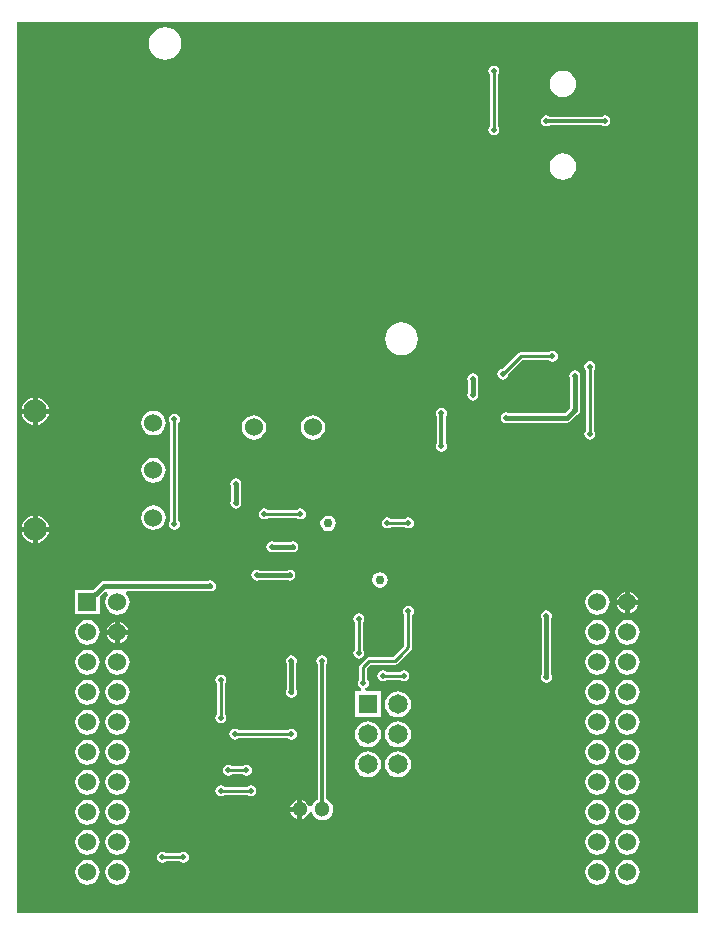
<source format=gbl>
%FSLAX25Y25*%
%MOIN*%
G70*
G01*
G75*
G04 Layer_Physical_Order=2*
G04 Layer_Color=16711680*
G04:AMPARAMS|DCode=10|XSize=88.58mil|YSize=76.77mil|CornerRadius=0mil|HoleSize=0mil|Usage=FLASHONLY|Rotation=225.000|XOffset=0mil|YOffset=0mil|HoleType=Round|Shape=Rectangle|*
%AMROTATEDRECTD10*
4,1,4,0.00418,0.05846,0.05846,0.00418,-0.00418,-0.05846,-0.05846,-0.00418,0.00418,0.05846,0.0*
%
%ADD10ROTATEDRECTD10*%

%ADD11O,0.06693X0.01378*%
%ADD12R,0.03937X0.03740*%
%ADD13R,0.03740X0.03937*%
%ADD14R,0.04921X0.07087*%
%ADD15O,0.00984X0.03740*%
%ADD16O,0.03740X0.00984*%
%ADD17R,0.06535X0.06535*%
%ADD18R,0.07441X0.06181*%
%ADD19O,0.01772X0.07874*%
%ADD20R,0.04331X0.02559*%
%ADD21C,0.03937*%
%ADD22R,0.03543X0.01575*%
%ADD23R,0.11024X0.07874*%
%ADD24R,0.11024X0.11024*%
%ADD25R,0.11024X0.08661*%
%ADD26C,0.01000*%
%ADD27C,0.01500*%
%ADD28C,0.01200*%
%ADD29C,0.01800*%
%ADD30C,0.06000*%
%ADD31R,0.06000X0.06000*%
%ADD32C,0.07874*%
%ADD33C,0.02953*%
%ADD34C,0.05118*%
%ADD35R,0.06496X0.06496*%
%ADD36C,0.06496*%
%ADD37C,0.02000*%
G36*
X228471Y1529D02*
X1529D01*
Y298471D01*
X228471D01*
Y1529D01*
D02*
G37*
%LPC*%
G36*
X35000Y69085D02*
X33943Y68946D01*
X32958Y68538D01*
X32111Y67888D01*
X31462Y67042D01*
X31054Y66057D01*
X30915Y65000D01*
X31054Y63943D01*
X31462Y62958D01*
X32111Y62112D01*
X32958Y61462D01*
X33943Y61054D01*
X35000Y60915D01*
X36057Y61054D01*
X37042Y61462D01*
X37889Y62112D01*
X38538Y62958D01*
X38946Y63943D01*
X39085Y65000D01*
X38946Y66057D01*
X38538Y67042D01*
X37889Y67888D01*
X37042Y68538D01*
X36057Y68946D01*
X35000Y69085D01*
D02*
G37*
G36*
X25000D02*
X23943Y68946D01*
X22957Y68538D01*
X22111Y67888D01*
X21462Y67042D01*
X21054Y66057D01*
X20915Y65000D01*
X21054Y63943D01*
X21462Y62958D01*
X22111Y62112D01*
X22957Y61462D01*
X23943Y61054D01*
X25000Y60915D01*
X26057Y61054D01*
X27042Y61462D01*
X27889Y62112D01*
X28538Y62958D01*
X28946Y63943D01*
X29085Y65000D01*
X28946Y66057D01*
X28538Y67042D01*
X27889Y67888D01*
X27042Y68538D01*
X26057Y68946D01*
X25000Y69085D01*
D02*
G37*
G36*
X195000D02*
X193943Y68946D01*
X192957Y68538D01*
X192112Y67888D01*
X191462Y67042D01*
X191054Y66057D01*
X190915Y65000D01*
X191054Y63943D01*
X191462Y62958D01*
X192112Y62112D01*
X192957Y61462D01*
X193943Y61054D01*
X195000Y60915D01*
X196057Y61054D01*
X197043Y61462D01*
X197889Y62112D01*
X198538Y62958D01*
X198946Y63943D01*
X199085Y65000D01*
X198946Y66057D01*
X198538Y67042D01*
X197889Y67888D01*
X197043Y68538D01*
X196057Y68946D01*
X195000Y69085D01*
D02*
G37*
G36*
X93000Y62835D02*
X92298Y62696D01*
X91744Y62326D01*
X75356D01*
X74802Y62696D01*
X74100Y62835D01*
X73398Y62696D01*
X72802Y62298D01*
X72404Y61702D01*
X72265Y61000D01*
X72404Y60298D01*
X72802Y59702D01*
X73398Y59304D01*
X74100Y59165D01*
X74802Y59304D01*
X75356Y59675D01*
X91744D01*
X92298Y59304D01*
X93000Y59165D01*
X93702Y59304D01*
X94298Y59702D01*
X94696Y60298D01*
X94835Y61000D01*
X94696Y61702D01*
X94298Y62298D01*
X93702Y62696D01*
X93000Y62835D01*
D02*
G37*
G36*
X205000Y69085D02*
X203943Y68946D01*
X202958Y68538D01*
X202112Y67888D01*
X201462Y67042D01*
X201054Y66057D01*
X200915Y65000D01*
X201054Y63943D01*
X201462Y62958D01*
X202112Y62112D01*
X202958Y61462D01*
X203943Y61054D01*
X205000Y60915D01*
X206057Y61054D01*
X207043Y61462D01*
X207889Y62112D01*
X208538Y62958D01*
X208946Y63943D01*
X209085Y65000D01*
X208946Y66057D01*
X208538Y67042D01*
X207889Y67888D01*
X207043Y68538D01*
X206057Y68946D01*
X205000Y69085D01*
D02*
G37*
G36*
X128500Y65335D02*
X127378Y65187D01*
X126332Y64754D01*
X125435Y64065D01*
X124746Y63168D01*
X124313Y62122D01*
X124165Y61000D01*
X124313Y59878D01*
X124746Y58832D01*
X125435Y57935D01*
X126332Y57246D01*
X127378Y56813D01*
X128500Y56665D01*
X129622Y56813D01*
X130668Y57246D01*
X131565Y57935D01*
X132254Y58832D01*
X132687Y59878D01*
X132835Y61000D01*
X132687Y62122D01*
X132254Y63168D01*
X131565Y64065D01*
X130668Y64754D01*
X129622Y65187D01*
X128500Y65335D01*
D02*
G37*
G36*
X35000Y59085D02*
X33943Y58946D01*
X32958Y58538D01*
X32111Y57889D01*
X31462Y57042D01*
X31054Y56057D01*
X30915Y55000D01*
X31054Y53943D01*
X31462Y52957D01*
X32111Y52112D01*
X32958Y51462D01*
X33943Y51054D01*
X35000Y50915D01*
X36057Y51054D01*
X37042Y51462D01*
X37889Y52112D01*
X38538Y52957D01*
X38946Y53943D01*
X39085Y55000D01*
X38946Y56057D01*
X38538Y57042D01*
X37889Y57889D01*
X37042Y58538D01*
X36057Y58946D01*
X35000Y59085D01*
D02*
G37*
G36*
X25000D02*
X23943Y58946D01*
X22957Y58538D01*
X22111Y57889D01*
X21462Y57042D01*
X21054Y56057D01*
X20915Y55000D01*
X21054Y53943D01*
X21462Y52957D01*
X22111Y52112D01*
X22957Y51462D01*
X23943Y51054D01*
X25000Y50915D01*
X26057Y51054D01*
X27042Y51462D01*
X27889Y52112D01*
X28538Y52957D01*
X28946Y53943D01*
X29085Y55000D01*
X28946Y56057D01*
X28538Y57042D01*
X27889Y57889D01*
X27042Y58538D01*
X26057Y58946D01*
X25000Y59085D01*
D02*
G37*
G36*
X195000D02*
X193943Y58946D01*
X192957Y58538D01*
X192112Y57889D01*
X191462Y57042D01*
X191054Y56057D01*
X190915Y55000D01*
X191054Y53943D01*
X191462Y52957D01*
X192112Y52112D01*
X192957Y51462D01*
X193943Y51054D01*
X195000Y50915D01*
X196057Y51054D01*
X197043Y51462D01*
X197889Y52112D01*
X198538Y52957D01*
X198946Y53943D01*
X199085Y55000D01*
X198946Y56057D01*
X198538Y57042D01*
X197889Y57889D01*
X197043Y58538D01*
X196057Y58946D01*
X195000Y59085D01*
D02*
G37*
G36*
X118500Y65335D02*
X117378Y65187D01*
X116332Y64754D01*
X115435Y64065D01*
X114746Y63168D01*
X114313Y62122D01*
X114165Y61000D01*
X114313Y59878D01*
X114746Y58832D01*
X115435Y57935D01*
X116332Y57246D01*
X117378Y56813D01*
X118500Y56665D01*
X119622Y56813D01*
X120668Y57246D01*
X121565Y57935D01*
X122254Y58832D01*
X122687Y59878D01*
X122835Y61000D01*
X122687Y62122D01*
X122254Y63168D01*
X121565Y64065D01*
X120668Y64754D01*
X119622Y65187D01*
X118500Y65335D01*
D02*
G37*
G36*
X205000Y59085D02*
X203943Y58946D01*
X202958Y58538D01*
X202112Y57889D01*
X201462Y57042D01*
X201054Y56057D01*
X200915Y55000D01*
X201054Y53943D01*
X201462Y52957D01*
X202112Y52112D01*
X202958Y51462D01*
X203943Y51054D01*
X205000Y50915D01*
X206057Y51054D01*
X207043Y51462D01*
X207889Y52112D01*
X208538Y52957D01*
X208946Y53943D01*
X209085Y55000D01*
X208946Y56057D01*
X208538Y57042D01*
X207889Y57889D01*
X207043Y58538D01*
X206057Y58946D01*
X205000Y59085D01*
D02*
G37*
G36*
X69500Y80835D02*
X68798Y80696D01*
X68202Y80298D01*
X67804Y79702D01*
X67665Y79000D01*
X67804Y78298D01*
X68174Y77744D01*
Y67756D01*
X67804Y67202D01*
X67665Y66500D01*
X67804Y65798D01*
X68202Y65202D01*
X68798Y64804D01*
X69500Y64665D01*
X70202Y64804D01*
X70798Y65202D01*
X71196Y65798D01*
X71335Y66500D01*
X71196Y67202D01*
X70825Y67756D01*
Y77744D01*
X71196Y78298D01*
X71335Y79000D01*
X71196Y79702D01*
X70798Y80298D01*
X70202Y80696D01*
X69500Y80835D01*
D02*
G37*
G36*
X178000Y102335D02*
X177298Y102196D01*
X176702Y101798D01*
X176304Y101202D01*
X176165Y100500D01*
X176304Y99798D01*
X176420Y99625D01*
Y80875D01*
X176304Y80702D01*
X176165Y80000D01*
X176304Y79298D01*
X176702Y78702D01*
X177298Y78304D01*
X178000Y78165D01*
X178702Y78304D01*
X179298Y78702D01*
X179696Y79298D01*
X179835Y80000D01*
X179696Y80702D01*
X179580Y80875D01*
Y99625D01*
X179696Y99798D01*
X179835Y100500D01*
X179696Y101202D01*
X179298Y101798D01*
X178702Y102196D01*
X178000Y102335D01*
D02*
G37*
G36*
X93000Y87335D02*
X92298Y87196D01*
X91702Y86798D01*
X91304Y86202D01*
X91165Y85500D01*
X91304Y84798D01*
X91420Y84625D01*
Y75875D01*
X91304Y75702D01*
X91165Y75000D01*
X91304Y74298D01*
X91702Y73702D01*
X92298Y73304D01*
X93000Y73165D01*
X93702Y73304D01*
X94298Y73702D01*
X94696Y74298D01*
X94835Y75000D01*
X94696Y75702D01*
X94580Y75875D01*
Y84625D01*
X94696Y84798D01*
X94835Y85500D01*
X94696Y86202D01*
X94298Y86798D01*
X93702Y87196D01*
X93000Y87335D01*
D02*
G37*
G36*
X25000Y89085D02*
X23943Y88946D01*
X22957Y88538D01*
X22111Y87888D01*
X21462Y87042D01*
X21054Y86057D01*
X20915Y85000D01*
X21054Y83943D01*
X21462Y82958D01*
X22111Y82112D01*
X22957Y81462D01*
X23943Y81054D01*
X25000Y80915D01*
X26057Y81054D01*
X27042Y81462D01*
X27889Y82112D01*
X28538Y82958D01*
X28946Y83943D01*
X29085Y85000D01*
X28946Y86057D01*
X28538Y87042D01*
X27889Y87888D01*
X27042Y88538D01*
X26057Y88946D01*
X25000Y89085D01*
D02*
G37*
G36*
X195000D02*
X193943Y88946D01*
X192957Y88538D01*
X192112Y87888D01*
X191462Y87042D01*
X191054Y86057D01*
X190915Y85000D01*
X191054Y83943D01*
X191462Y82958D01*
X192112Y82112D01*
X192957Y81462D01*
X193943Y81054D01*
X195000Y80915D01*
X196057Y81054D01*
X197043Y81462D01*
X197889Y82112D01*
X198538Y82958D01*
X198946Y83943D01*
X199085Y85000D01*
X198946Y86057D01*
X198538Y87042D01*
X197889Y87888D01*
X197043Y88538D01*
X196057Y88946D01*
X195000Y89085D01*
D02*
G37*
G36*
X35000D02*
X33943Y88946D01*
X32958Y88538D01*
X32111Y87888D01*
X31462Y87042D01*
X31054Y86057D01*
X30915Y85000D01*
X31054Y83943D01*
X31462Y82958D01*
X32111Y82112D01*
X32958Y81462D01*
X33943Y81054D01*
X35000Y80915D01*
X36057Y81054D01*
X37042Y81462D01*
X37889Y82112D01*
X38538Y82958D01*
X38946Y83943D01*
X39085Y85000D01*
X38946Y86057D01*
X38538Y87042D01*
X37889Y87888D01*
X37042Y88538D01*
X36057Y88946D01*
X35000Y89085D01*
D02*
G37*
G36*
X205000Y79085D02*
X203943Y78946D01*
X202958Y78538D01*
X202112Y77889D01*
X201462Y77043D01*
X201054Y76057D01*
X200915Y75000D01*
X201054Y73943D01*
X201462Y72957D01*
X202112Y72111D01*
X202958Y71462D01*
X203943Y71054D01*
X205000Y70915D01*
X206057Y71054D01*
X207043Y71462D01*
X207889Y72111D01*
X208538Y72957D01*
X208946Y73943D01*
X209085Y75000D01*
X208946Y76057D01*
X208538Y77043D01*
X207889Y77889D01*
X207043Y78538D01*
X206057Y78946D01*
X205000Y79085D01*
D02*
G37*
G36*
X132000Y103835D02*
X131298Y103696D01*
X130702Y103298D01*
X130304Y102702D01*
X130165Y102000D01*
X130304Y101298D01*
X130675Y100744D01*
Y90549D01*
X128813Y88687D01*
X126951Y86826D01*
X119000D01*
X118493Y86725D01*
X118063Y86437D01*
X116063Y84437D01*
X115775Y84007D01*
X115674Y83500D01*
Y79256D01*
X115304Y78702D01*
X115165Y78000D01*
X115304Y77298D01*
X115702Y76702D01*
X116298Y76304D01*
X116330Y76298D01*
X116231Y75298D01*
X114202D01*
Y66702D01*
X122798D01*
Y75298D01*
X117769D01*
X117670Y76298D01*
X117702Y76304D01*
X118298Y76702D01*
X118696Y77298D01*
X118835Y78000D01*
X118696Y78702D01*
X118325Y79256D01*
Y82951D01*
X119549Y84175D01*
X127500D01*
X128007Y84275D01*
X128437Y84563D01*
X132937Y89063D01*
X133225Y89493D01*
X133326Y90000D01*
Y100744D01*
X133696Y101298D01*
X133835Y102000D01*
X133696Y102702D01*
X133298Y103298D01*
X132702Y103696D01*
X132000Y103835D01*
D02*
G37*
G36*
X128500Y75335D02*
X127378Y75187D01*
X126332Y74754D01*
X125435Y74065D01*
X124746Y73168D01*
X124313Y72122D01*
X124165Y71000D01*
X124313Y69878D01*
X124746Y68832D01*
X125435Y67935D01*
X126332Y67246D01*
X127378Y66813D01*
X128500Y66665D01*
X129622Y66813D01*
X130668Y67246D01*
X131565Y67935D01*
X132254Y68832D01*
X132687Y69878D01*
X132835Y71000D01*
X132687Y72122D01*
X132254Y73168D01*
X131565Y74065D01*
X130668Y74754D01*
X129622Y75187D01*
X128500Y75335D01*
D02*
G37*
G36*
X25000Y79085D02*
X23943Y78946D01*
X22957Y78538D01*
X22111Y77889D01*
X21462Y77043D01*
X21054Y76057D01*
X20915Y75000D01*
X21054Y73943D01*
X21462Y72957D01*
X22111Y72111D01*
X22957Y71462D01*
X23943Y71054D01*
X25000Y70915D01*
X26057Y71054D01*
X27042Y71462D01*
X27889Y72111D01*
X28538Y72957D01*
X28946Y73943D01*
X29085Y75000D01*
X28946Y76057D01*
X28538Y77043D01*
X27889Y77889D01*
X27042Y78538D01*
X26057Y78946D01*
X25000Y79085D01*
D02*
G37*
G36*
X195000D02*
X193943Y78946D01*
X192957Y78538D01*
X192112Y77889D01*
X191462Y77043D01*
X191054Y76057D01*
X190915Y75000D01*
X191054Y73943D01*
X191462Y72957D01*
X192112Y72111D01*
X192957Y71462D01*
X193943Y71054D01*
X195000Y70915D01*
X196057Y71054D01*
X197043Y71462D01*
X197889Y72111D01*
X198538Y72957D01*
X198946Y73943D01*
X199085Y75000D01*
X198946Y76057D01*
X198538Y77043D01*
X197889Y77889D01*
X197043Y78538D01*
X196057Y78946D01*
X195000Y79085D01*
D02*
G37*
G36*
X35000D02*
X33943Y78946D01*
X32958Y78538D01*
X32111Y77889D01*
X31462Y77043D01*
X31054Y76057D01*
X30915Y75000D01*
X31054Y73943D01*
X31462Y72957D01*
X32111Y72111D01*
X32958Y71462D01*
X33943Y71054D01*
X35000Y70915D01*
X36057Y71054D01*
X37042Y71462D01*
X37889Y72111D01*
X38538Y72957D01*
X38946Y73943D01*
X39085Y75000D01*
X38946Y76057D01*
X38538Y77043D01*
X37889Y77889D01*
X37042Y78538D01*
X36057Y78946D01*
X35000Y79085D01*
D02*
G37*
G36*
X78000Y50835D02*
X77298Y50696D01*
X76744Y50326D01*
X73256D01*
X72702Y50696D01*
X72000Y50835D01*
X71298Y50696D01*
X70702Y50298D01*
X70304Y49702D01*
X70165Y49000D01*
X70304Y48298D01*
X70702Y47702D01*
X71298Y47304D01*
X72000Y47165D01*
X72702Y47304D01*
X73256Y47675D01*
X76744D01*
X77298Y47304D01*
X78000Y47165D01*
X78702Y47304D01*
X79298Y47702D01*
X79696Y48298D01*
X79835Y49000D01*
X79696Y49702D01*
X79298Y50298D01*
X78702Y50696D01*
X78000Y50835D01*
D02*
G37*
G36*
X205000Y29085D02*
X203943Y28946D01*
X202958Y28538D01*
X202112Y27889D01*
X201462Y27042D01*
X201054Y26057D01*
X200915Y25000D01*
X201054Y23943D01*
X201462Y22957D01*
X202112Y22111D01*
X202958Y21462D01*
X203943Y21054D01*
X205000Y20915D01*
X206057Y21054D01*
X207043Y21462D01*
X207889Y22111D01*
X208538Y22957D01*
X208946Y23943D01*
X209085Y25000D01*
X208946Y26057D01*
X208538Y27042D01*
X207889Y27889D01*
X207043Y28538D01*
X206057Y28946D01*
X205000Y29085D01*
D02*
G37*
G36*
X195000D02*
X193943Y28946D01*
X192957Y28538D01*
X192112Y27889D01*
X191462Y27042D01*
X191054Y26057D01*
X190915Y25000D01*
X191054Y23943D01*
X191462Y22957D01*
X192112Y22111D01*
X192957Y21462D01*
X193943Y21054D01*
X195000Y20915D01*
X196057Y21054D01*
X197043Y21462D01*
X197889Y22111D01*
X198538Y22957D01*
X198946Y23943D01*
X199085Y25000D01*
X198946Y26057D01*
X198538Y27042D01*
X197889Y27889D01*
X197043Y28538D01*
X196057Y28946D01*
X195000Y29085D01*
D02*
G37*
G36*
X57000Y21835D02*
X56298Y21696D01*
X55744Y21326D01*
X51256D01*
X50702Y21696D01*
X50000Y21835D01*
X49298Y21696D01*
X48702Y21298D01*
X48304Y20702D01*
X48165Y20000D01*
X48304Y19298D01*
X48702Y18702D01*
X49298Y18304D01*
X50000Y18165D01*
X50702Y18304D01*
X51256Y18675D01*
X55744D01*
X56298Y18304D01*
X57000Y18165D01*
X57702Y18304D01*
X58298Y18702D01*
X58696Y19298D01*
X58835Y20000D01*
X58696Y20702D01*
X58298Y21298D01*
X57702Y21696D01*
X57000Y21835D01*
D02*
G37*
G36*
X35000Y39085D02*
X33943Y38946D01*
X32958Y38538D01*
X32111Y37889D01*
X31462Y37042D01*
X31054Y36057D01*
X30915Y35000D01*
X31054Y33943D01*
X31462Y32958D01*
X32111Y32111D01*
X32958Y31462D01*
X33943Y31054D01*
X35000Y30915D01*
X36057Y31054D01*
X37042Y31462D01*
X37889Y32111D01*
X38538Y32958D01*
X38946Y33943D01*
X39085Y35000D01*
X38946Y36057D01*
X38538Y37042D01*
X37889Y37889D01*
X37042Y38538D01*
X36057Y38946D01*
X35000Y39085D01*
D02*
G37*
G36*
X25000D02*
X23943Y38946D01*
X22957Y38538D01*
X22111Y37889D01*
X21462Y37042D01*
X21054Y36057D01*
X20915Y35000D01*
X21054Y33943D01*
X21462Y32958D01*
X22111Y32111D01*
X22957Y31462D01*
X23943Y31054D01*
X25000Y30915D01*
X26057Y31054D01*
X27042Y31462D01*
X27889Y32111D01*
X28538Y32958D01*
X28946Y33943D01*
X29085Y35000D01*
X28946Y36057D01*
X28538Y37042D01*
X27889Y37889D01*
X27042Y38538D01*
X26057Y38946D01*
X25000Y39085D01*
D02*
G37*
G36*
X35000Y29085D02*
X33943Y28946D01*
X32958Y28538D01*
X32111Y27889D01*
X31462Y27042D01*
X31054Y26057D01*
X30915Y25000D01*
X31054Y23943D01*
X31462Y22957D01*
X32111Y22111D01*
X32958Y21462D01*
X33943Y21054D01*
X35000Y20915D01*
X36057Y21054D01*
X37042Y21462D01*
X37889Y22111D01*
X38538Y22957D01*
X38946Y23943D01*
X39085Y25000D01*
X38946Y26057D01*
X38538Y27042D01*
X37889Y27889D01*
X37042Y28538D01*
X36057Y28946D01*
X35000Y29085D01*
D02*
G37*
G36*
Y19085D02*
X33943Y18946D01*
X32958Y18538D01*
X32111Y17888D01*
X31462Y17042D01*
X31054Y16057D01*
X30915Y15000D01*
X31054Y13943D01*
X31462Y12957D01*
X32111Y12111D01*
X32958Y11462D01*
X33943Y11054D01*
X35000Y10915D01*
X36057Y11054D01*
X37042Y11462D01*
X37889Y12111D01*
X38538Y12957D01*
X38946Y13943D01*
X39085Y15000D01*
X38946Y16057D01*
X38538Y17042D01*
X37889Y17888D01*
X37042Y18538D01*
X36057Y18946D01*
X35000Y19085D01*
D02*
G37*
G36*
X25000D02*
X23943Y18946D01*
X22957Y18538D01*
X22111Y17888D01*
X21462Y17042D01*
X21054Y16057D01*
X20915Y15000D01*
X21054Y13943D01*
X21462Y12957D01*
X22111Y12111D01*
X22957Y11462D01*
X23943Y11054D01*
X25000Y10915D01*
X26057Y11054D01*
X27042Y11462D01*
X27889Y12111D01*
X28538Y12957D01*
X28946Y13943D01*
X29085Y15000D01*
X28946Y16057D01*
X28538Y17042D01*
X27889Y17888D01*
X27042Y18538D01*
X26057Y18946D01*
X25000Y19085D01*
D02*
G37*
G36*
X195000D02*
X193943Y18946D01*
X192957Y18538D01*
X192112Y17888D01*
X191462Y17042D01*
X191054Y16057D01*
X190915Y15000D01*
X191054Y13943D01*
X191462Y12957D01*
X192112Y12111D01*
X192957Y11462D01*
X193943Y11054D01*
X195000Y10915D01*
X196057Y11054D01*
X197043Y11462D01*
X197889Y12111D01*
X198538Y12957D01*
X198946Y13943D01*
X199085Y15000D01*
X198946Y16057D01*
X198538Y17042D01*
X197889Y17888D01*
X197043Y18538D01*
X196057Y18946D01*
X195000Y19085D01*
D02*
G37*
G36*
X25000Y29085D02*
X23943Y28946D01*
X22957Y28538D01*
X22111Y27889D01*
X21462Y27042D01*
X21054Y26057D01*
X20915Y25000D01*
X21054Y23943D01*
X21462Y22957D01*
X22111Y22111D01*
X22957Y21462D01*
X23943Y21054D01*
X25000Y20915D01*
X26057Y21054D01*
X27042Y21462D01*
X27889Y22111D01*
X28538Y22957D01*
X28946Y23943D01*
X29085Y25000D01*
X28946Y26057D01*
X28538Y27042D01*
X27889Y27889D01*
X27042Y28538D01*
X26057Y28946D01*
X25000Y29085D01*
D02*
G37*
G36*
X205000Y19085D02*
X203943Y18946D01*
X202958Y18538D01*
X202112Y17888D01*
X201462Y17042D01*
X201054Y16057D01*
X200915Y15000D01*
X201054Y13943D01*
X201462Y12957D01*
X202112Y12111D01*
X202958Y11462D01*
X203943Y11054D01*
X205000Y10915D01*
X206057Y11054D01*
X207043Y11462D01*
X207889Y12111D01*
X208538Y12957D01*
X208946Y13943D01*
X209085Y15000D01*
X208946Y16057D01*
X208538Y17042D01*
X207889Y17888D01*
X207043Y18538D01*
X206057Y18946D01*
X205000Y19085D01*
D02*
G37*
G36*
X195000Y39085D02*
X193943Y38946D01*
X192957Y38538D01*
X192112Y37889D01*
X191462Y37042D01*
X191054Y36057D01*
X190915Y35000D01*
X191054Y33943D01*
X191462Y32958D01*
X192112Y32111D01*
X192957Y31462D01*
X193943Y31054D01*
X195000Y30915D01*
X196057Y31054D01*
X197043Y31462D01*
X197889Y32111D01*
X198538Y32958D01*
X198946Y33943D01*
X199085Y35000D01*
X198946Y36057D01*
X198538Y37042D01*
X197889Y37889D01*
X197043Y38538D01*
X196057Y38946D01*
X195000Y39085D01*
D02*
G37*
G36*
X205000Y49085D02*
X203943Y48946D01*
X202958Y48538D01*
X202112Y47888D01*
X201462Y47043D01*
X201054Y46057D01*
X200915Y45000D01*
X201054Y43943D01*
X201462Y42957D01*
X202112Y42112D01*
X202958Y41462D01*
X203943Y41054D01*
X205000Y40915D01*
X206057Y41054D01*
X207043Y41462D01*
X207889Y42112D01*
X208538Y42957D01*
X208946Y43943D01*
X209085Y45000D01*
X208946Y46057D01*
X208538Y47043D01*
X207889Y47888D01*
X207043Y48538D01*
X206057Y48946D01*
X205000Y49085D01*
D02*
G37*
G36*
X195000D02*
X193943Y48946D01*
X192957Y48538D01*
X192112Y47888D01*
X191462Y47043D01*
X191054Y46057D01*
X190915Y45000D01*
X191054Y43943D01*
X191462Y42957D01*
X192112Y42112D01*
X192957Y41462D01*
X193943Y41054D01*
X195000Y40915D01*
X196057Y41054D01*
X197043Y41462D01*
X197889Y42112D01*
X198538Y42957D01*
X198946Y43943D01*
X199085Y45000D01*
X198946Y46057D01*
X198538Y47043D01*
X197889Y47888D01*
X197043Y48538D01*
X196057Y48946D01*
X195000Y49085D01*
D02*
G37*
G36*
X79500Y44035D02*
X78798Y43896D01*
X78244Y43525D01*
X70756D01*
X70202Y43896D01*
X69500Y44035D01*
X68798Y43896D01*
X68202Y43498D01*
X67804Y42902D01*
X67665Y42200D01*
X67804Y41498D01*
X68202Y40902D01*
X68798Y40504D01*
X69500Y40365D01*
X70202Y40504D01*
X70756Y40874D01*
X78244D01*
X78798Y40504D01*
X79500Y40365D01*
X80202Y40504D01*
X80798Y40902D01*
X81196Y41498D01*
X81335Y42200D01*
X81196Y42902D01*
X80798Y43498D01*
X80202Y43896D01*
X79500Y44035D01*
D02*
G37*
G36*
X128500Y55335D02*
X127378Y55187D01*
X126332Y54754D01*
X125435Y54065D01*
X124746Y53168D01*
X124313Y52122D01*
X124165Y51000D01*
X124313Y49878D01*
X124746Y48832D01*
X125435Y47935D01*
X126332Y47246D01*
X127378Y46813D01*
X128500Y46665D01*
X129622Y46813D01*
X130668Y47246D01*
X131565Y47935D01*
X132254Y48832D01*
X132687Y49878D01*
X132835Y51000D01*
X132687Y52122D01*
X132254Y53168D01*
X131565Y54065D01*
X130668Y54754D01*
X129622Y55187D01*
X128500Y55335D01*
D02*
G37*
G36*
X118500D02*
X117378Y55187D01*
X116332Y54754D01*
X115435Y54065D01*
X114746Y53168D01*
X114313Y52122D01*
X114165Y51000D01*
X114313Y49878D01*
X114746Y48832D01*
X115435Y47935D01*
X116332Y47246D01*
X117378Y46813D01*
X118500Y46665D01*
X119622Y46813D01*
X120668Y47246D01*
X121565Y47935D01*
X122254Y48832D01*
X122687Y49878D01*
X122835Y51000D01*
X122687Y52122D01*
X122254Y53168D01*
X121565Y54065D01*
X120668Y54754D01*
X119622Y55187D01*
X118500Y55335D01*
D02*
G37*
G36*
X35000Y49085D02*
X33943Y48946D01*
X32958Y48538D01*
X32111Y47888D01*
X31462Y47043D01*
X31054Y46057D01*
X30915Y45000D01*
X31054Y43943D01*
X31462Y42957D01*
X32111Y42112D01*
X32958Y41462D01*
X33943Y41054D01*
X35000Y40915D01*
X36057Y41054D01*
X37042Y41462D01*
X37889Y42112D01*
X38538Y42957D01*
X38946Y43943D01*
X39085Y45000D01*
X38946Y46057D01*
X38538Y47043D01*
X37889Y47888D01*
X37042Y48538D01*
X36057Y48946D01*
X35000Y49085D01*
D02*
G37*
G36*
X95010Y35250D02*
X92672D01*
X92682Y35175D01*
X93000Y34407D01*
X93507Y33747D01*
X94167Y33241D01*
X94935Y32922D01*
X95010Y32912D01*
Y35250D01*
D02*
G37*
G36*
X205000Y39085D02*
X203943Y38946D01*
X202958Y38538D01*
X202112Y37889D01*
X201462Y37042D01*
X201054Y36057D01*
X200915Y35000D01*
X201054Y33943D01*
X201462Y32958D01*
X202112Y32111D01*
X202958Y31462D01*
X203943Y31054D01*
X205000Y30915D01*
X206057Y31054D01*
X207043Y31462D01*
X207889Y32111D01*
X208538Y32958D01*
X208946Y33943D01*
X209085Y35000D01*
X208946Y36057D01*
X208538Y37042D01*
X207889Y37889D01*
X207043Y38538D01*
X206057Y38946D01*
X205000Y39085D01*
D02*
G37*
G36*
X95010Y39088D02*
X94935Y39078D01*
X94167Y38759D01*
X93507Y38253D01*
X93000Y37593D01*
X92682Y36825D01*
X92672Y36750D01*
X95010D01*
Y39088D01*
D02*
G37*
G36*
X25000Y49085D02*
X23943Y48946D01*
X22957Y48538D01*
X22111Y47888D01*
X21462Y47043D01*
X21054Y46057D01*
X20915Y45000D01*
X21054Y43943D01*
X21462Y42957D01*
X22111Y42112D01*
X22957Y41462D01*
X23943Y41054D01*
X25000Y40915D01*
X26057Y41054D01*
X27042Y41462D01*
X27889Y42112D01*
X28538Y42957D01*
X28946Y43943D01*
X29085Y45000D01*
X28946Y46057D01*
X28538Y47043D01*
X27889Y47888D01*
X27042Y48538D01*
X26057Y48946D01*
X25000Y49085D01*
D02*
G37*
G36*
X103126Y87335D02*
X102424Y87196D01*
X101828Y86798D01*
X101430Y86202D01*
X101291Y85500D01*
X101430Y84798D01*
X101699Y84396D01*
Y83335D01*
X101699Y83335D01*
X101807Y82788D01*
X101813Y82780D01*
Y39315D01*
X101420Y39153D01*
X100666Y38574D01*
X100088Y37820D01*
X99771Y37056D01*
X99595Y37012D01*
X99390Y36987D01*
X98734Y37075D01*
X98519Y37593D01*
X98013Y38253D01*
X97353Y38759D01*
X96584Y39078D01*
X96510Y39088D01*
Y36000D01*
Y32912D01*
X96584Y32922D01*
X97353Y33241D01*
X98013Y33747D01*
X98519Y34407D01*
X98734Y34925D01*
X99390Y35013D01*
X99595Y34988D01*
X99771Y34944D01*
X100088Y34180D01*
X100666Y33426D01*
X101420Y32847D01*
X102298Y32484D01*
X103240Y32360D01*
X104182Y32484D01*
X105060Y32847D01*
X105814Y33426D01*
X106393Y34180D01*
X106756Y35058D01*
X106880Y36000D01*
X106756Y36942D01*
X106393Y37820D01*
X105814Y38574D01*
X105060Y39153D01*
X104668Y39315D01*
Y83220D01*
X104668Y83220D01*
X104559Y83767D01*
X104553Y83775D01*
Y84396D01*
X104822Y84798D01*
X104961Y85500D01*
X104822Y86202D01*
X104424Y86798D01*
X103828Y87196D01*
X103126Y87335D01*
D02*
G37*
G36*
X80445Y167400D02*
X79387Y167261D01*
X78402Y166853D01*
X77556Y166203D01*
X76907Y165357D01*
X76499Y164372D01*
X76360Y163315D01*
X76499Y162258D01*
X76907Y161273D01*
X77556Y160426D01*
X78402Y159777D01*
X79387Y159369D01*
X80445Y159230D01*
X81502Y159369D01*
X82487Y159777D01*
X83333Y160426D01*
X83982Y161273D01*
X84391Y162258D01*
X84530Y163315D01*
X84391Y164372D01*
X83982Y165357D01*
X83333Y166203D01*
X82487Y166853D01*
X81502Y167261D01*
X80445Y167400D01*
D02*
G37*
G36*
X192500Y185435D02*
X191798Y185296D01*
X191202Y184898D01*
X190804Y184302D01*
X190665Y183600D01*
X190804Y182898D01*
X191174Y182344D01*
Y162256D01*
X190804Y161702D01*
X190665Y161000D01*
X190804Y160298D01*
X191202Y159702D01*
X191798Y159304D01*
X192500Y159165D01*
X193202Y159304D01*
X193798Y159702D01*
X194196Y160298D01*
X194335Y161000D01*
X194196Y161702D01*
X193825Y162256D01*
Y182344D01*
X194196Y182898D01*
X194335Y183600D01*
X194196Y184302D01*
X193798Y184898D01*
X193202Y185296D01*
X192500Y185435D01*
D02*
G37*
G36*
X143000Y169835D02*
X142298Y169696D01*
X141702Y169298D01*
X141304Y168702D01*
X141165Y168000D01*
X141304Y167298D01*
X141573Y166896D01*
Y158104D01*
X141304Y157702D01*
X141165Y157000D01*
X141304Y156298D01*
X141702Y155702D01*
X142298Y155304D01*
X143000Y155165D01*
X143702Y155304D01*
X144298Y155702D01*
X144696Y156298D01*
X144835Y157000D01*
X144696Y157702D01*
X144427Y158104D01*
Y166896D01*
X144696Y167298D01*
X144835Y168000D01*
X144696Y168702D01*
X144298Y169298D01*
X143702Y169696D01*
X143000Y169835D01*
D02*
G37*
G36*
X6880Y167935D02*
X3153D01*
X3210Y167501D01*
X3667Y166397D01*
X4394Y165449D01*
X5342Y164722D01*
X6446Y164265D01*
X6880Y164208D01*
Y167935D01*
D02*
G37*
G36*
X47000Y168833D02*
X45943Y168694D01*
X44958Y168286D01*
X44111Y167637D01*
X43462Y166790D01*
X43054Y165805D01*
X42915Y164748D01*
X43054Y163691D01*
X43462Y162706D01*
X44111Y161860D01*
X44958Y161210D01*
X45943Y160802D01*
X47000Y160663D01*
X48057Y160802D01*
X49042Y161210D01*
X49889Y161860D01*
X50538Y162706D01*
X50946Y163691D01*
X51085Y164748D01*
X50946Y165805D01*
X50538Y166790D01*
X49889Y167637D01*
X49042Y168286D01*
X48057Y168694D01*
X47000Y168833D01*
D02*
G37*
G36*
X100130Y167400D02*
X99073Y167261D01*
X98088Y166853D01*
X97241Y166203D01*
X96592Y165357D01*
X96184Y164372D01*
X96045Y163315D01*
X96184Y162258D01*
X96592Y161273D01*
X97241Y160426D01*
X98088Y159777D01*
X99073Y159369D01*
X100130Y159230D01*
X101187Y159369D01*
X102173Y159777D01*
X103018Y160426D01*
X103668Y161273D01*
X104076Y162258D01*
X104215Y163315D01*
X104076Y164372D01*
X103668Y165357D01*
X103018Y166203D01*
X102173Y166853D01*
X101187Y167261D01*
X100130Y167400D01*
D02*
G37*
G36*
X132000Y133335D02*
X131298Y133196D01*
X130744Y132826D01*
X126256D01*
X125702Y133196D01*
X125000Y133335D01*
X124298Y133196D01*
X123702Y132798D01*
X123304Y132202D01*
X123165Y131500D01*
X123304Y130798D01*
X123702Y130202D01*
X124298Y129804D01*
X125000Y129665D01*
X125702Y129804D01*
X126256Y130175D01*
X130744D01*
X131298Y129804D01*
X132000Y129665D01*
X132702Y129804D01*
X133298Y130202D01*
X133696Y130798D01*
X133835Y131500D01*
X133696Y132202D01*
X133298Y132798D01*
X132702Y133196D01*
X132000Y133335D01*
D02*
G37*
G36*
X8380Y133792D02*
Y130065D01*
X12107D01*
X12050Y130499D01*
X11593Y131603D01*
X10866Y132551D01*
X9918Y133278D01*
X8814Y133735D01*
X8380Y133792D01*
D02*
G37*
G36*
X6880D02*
X6446Y133735D01*
X5342Y133278D01*
X4394Y132551D01*
X3667Y131603D01*
X3210Y130499D01*
X3153Y130065D01*
X6880D01*
Y133792D01*
D02*
G37*
G36*
X47000Y153085D02*
X45943Y152946D01*
X44958Y152538D01*
X44111Y151889D01*
X43462Y151042D01*
X43054Y150057D01*
X42915Y149000D01*
X43054Y147943D01*
X43462Y146958D01*
X44111Y146112D01*
X44958Y145462D01*
X45943Y145054D01*
X47000Y144915D01*
X48057Y145054D01*
X49042Y145462D01*
X49889Y146112D01*
X50538Y146958D01*
X50946Y147943D01*
X51085Y149000D01*
X50946Y150057D01*
X50538Y151042D01*
X49889Y151889D01*
X49042Y152538D01*
X48057Y152946D01*
X47000Y153085D01*
D02*
G37*
G36*
X74500Y146335D02*
X73798Y146196D01*
X73202Y145798D01*
X72804Y145202D01*
X72665Y144500D01*
X72804Y143798D01*
X72920Y143625D01*
Y138875D01*
X72804Y138702D01*
X72665Y138000D01*
X72804Y137298D01*
X73202Y136702D01*
X73798Y136304D01*
X74500Y136165D01*
X75202Y136304D01*
X75798Y136702D01*
X76196Y137298D01*
X76335Y138000D01*
X76196Y138702D01*
X76080Y138875D01*
Y143625D01*
X76196Y143798D01*
X76335Y144500D01*
X76196Y145202D01*
X75798Y145798D01*
X75202Y146196D01*
X74500Y146335D01*
D02*
G37*
G36*
X96000Y136335D02*
X95298Y136196D01*
X94744Y135826D01*
X85256D01*
X84702Y136196D01*
X84000Y136335D01*
X83298Y136196D01*
X82702Y135798D01*
X82304Y135202D01*
X82165Y134500D01*
X82304Y133798D01*
X82702Y133202D01*
X83298Y132804D01*
X84000Y132665D01*
X84702Y132804D01*
X85256Y133175D01*
X94744D01*
X95298Y132804D01*
X96000Y132665D01*
X96702Y132804D01*
X97298Y133202D01*
X97696Y133798D01*
X97835Y134500D01*
X97696Y135202D01*
X97298Y135798D01*
X96702Y136196D01*
X96000Y136335D01*
D02*
G37*
G36*
X160500Y283835D02*
X159798Y283696D01*
X159202Y283298D01*
X158804Y282702D01*
X158665Y282000D01*
X158804Y281298D01*
X159175Y280744D01*
Y263756D01*
X158804Y263202D01*
X158665Y262500D01*
X158804Y261798D01*
X159202Y261202D01*
X159798Y260804D01*
X160500Y260665D01*
X161202Y260804D01*
X161798Y261202D01*
X162196Y261798D01*
X162335Y262500D01*
X162196Y263202D01*
X161826Y263756D01*
Y280744D01*
X162196Y281298D01*
X162335Y282000D01*
X162196Y282702D01*
X161798Y283298D01*
X161202Y283696D01*
X160500Y283835D01*
D02*
G37*
G36*
X183500Y254655D02*
X182352Y254504D01*
X181283Y254061D01*
X180364Y253356D01*
X179660Y252438D01*
X179217Y251368D01*
X179066Y250220D01*
X179217Y249073D01*
X179660Y248003D01*
X180364Y247085D01*
X181283Y246380D01*
X182352Y245937D01*
X183500Y245786D01*
X184648Y245937D01*
X185717Y246380D01*
X186636Y247085D01*
X187340Y248003D01*
X187783Y249073D01*
X187934Y250220D01*
X187783Y251368D01*
X187340Y252438D01*
X186636Y253356D01*
X185717Y254061D01*
X184648Y254504D01*
X183500Y254655D01*
D02*
G37*
G36*
X129657Y198270D02*
X128253Y198085D01*
X126944Y197543D01*
X125820Y196680D01*
X124957Y195556D01*
X124415Y194247D01*
X124230Y192843D01*
X124415Y191438D01*
X124957Y190129D01*
X125820Y189005D01*
X126944Y188143D01*
X128253Y187600D01*
X129657Y187416D01*
X131062Y187600D01*
X132371Y188143D01*
X133495Y189005D01*
X134357Y190129D01*
X134900Y191438D01*
X135084Y192843D01*
X134900Y194247D01*
X134357Y195556D01*
X133495Y196680D01*
X132371Y197543D01*
X131062Y198085D01*
X129657Y198270D01*
D02*
G37*
G36*
X50917Y296695D02*
X49513Y296510D01*
X48204Y295968D01*
X47080Y295105D01*
X46217Y293981D01*
X45675Y292672D01*
X45490Y291268D01*
X45675Y289863D01*
X46217Y288554D01*
X47080Y287430D01*
X48204Y286568D01*
X49513Y286026D01*
X50917Y285841D01*
X52322Y286026D01*
X53631Y286568D01*
X54755Y287430D01*
X55617Y288554D01*
X56160Y289863D01*
X56344Y291268D01*
X56160Y292672D01*
X55617Y293981D01*
X54755Y295105D01*
X53631Y295968D01*
X52322Y296510D01*
X50917Y296695D01*
D02*
G37*
G36*
X183500Y282214D02*
X182352Y282063D01*
X181283Y281620D01*
X180364Y280915D01*
X179660Y279997D01*
X179217Y278927D01*
X179066Y277780D01*
X179217Y276632D01*
X179660Y275562D01*
X180364Y274644D01*
X181283Y273939D01*
X182352Y273496D01*
X183500Y273345D01*
X184648Y273496D01*
X185717Y273939D01*
X186636Y274644D01*
X187340Y275562D01*
X187783Y276632D01*
X187934Y277780D01*
X187783Y278927D01*
X187340Y279997D01*
X186636Y280915D01*
X185717Y281620D01*
X184648Y282063D01*
X183500Y282214D01*
D02*
G37*
G36*
X197500Y267335D02*
X196798Y267196D01*
X196396Y266927D01*
X179104D01*
X178702Y267196D01*
X178000Y267335D01*
X177298Y267196D01*
X176702Y266798D01*
X176304Y266202D01*
X176165Y265500D01*
X176304Y264798D01*
X176702Y264202D01*
X177298Y263804D01*
X178000Y263665D01*
X178702Y263804D01*
X179104Y264073D01*
X196396D01*
X196798Y263804D01*
X197500Y263665D01*
X198202Y263804D01*
X198798Y264202D01*
X199196Y264798D01*
X199335Y265500D01*
X199196Y266202D01*
X198798Y266798D01*
X198202Y267196D01*
X197500Y267335D01*
D02*
G37*
G36*
X6880Y173162D02*
X6446Y173105D01*
X5342Y172648D01*
X4394Y171921D01*
X3667Y170973D01*
X3210Y169869D01*
X3153Y169435D01*
X6880D01*
Y173162D01*
D02*
G37*
G36*
X187500Y182335D02*
X186798Y182196D01*
X186202Y181798D01*
X185804Y181202D01*
X185665Y180500D01*
X185804Y179798D01*
X185872Y179696D01*
Y169922D01*
X185757Y169749D01*
X185717Y169546D01*
X184251Y168080D01*
X165505D01*
X165333Y168196D01*
X164631Y168335D01*
X163928Y168196D01*
X163333Y167798D01*
X162935Y167202D01*
X162795Y166500D01*
X162935Y165798D01*
X163333Y165202D01*
X163928Y164804D01*
X164631Y164665D01*
X165333Y164804D01*
X165505Y164920D01*
X184906D01*
X185510Y165040D01*
X186023Y165383D01*
X187952Y167311D01*
X188155Y167352D01*
X188751Y167750D01*
X189148Y168345D01*
X189288Y169047D01*
X189148Y169749D01*
X189033Y169922D01*
Y179555D01*
X189196Y179798D01*
X189335Y180500D01*
X189196Y181202D01*
X188798Y181798D01*
X188202Y182196D01*
X187500Y182335D01*
D02*
G37*
G36*
X12107Y167935D02*
X8380D01*
Y164208D01*
X8814Y164265D01*
X9918Y164722D01*
X10866Y165449D01*
X11593Y166397D01*
X12050Y167501D01*
X12107Y167935D01*
D02*
G37*
G36*
X180000Y188835D02*
X179298Y188696D01*
X178744Y188326D01*
X169500D01*
X168993Y188225D01*
X168563Y187937D01*
X163451Y182826D01*
X162798Y182696D01*
X162202Y182298D01*
X161804Y181702D01*
X161665Y181000D01*
X161804Y180298D01*
X162202Y179702D01*
X162798Y179304D01*
X163500Y179165D01*
X164202Y179304D01*
X164798Y179702D01*
X165196Y180298D01*
X165325Y180951D01*
X170049Y185675D01*
X178744D01*
X179298Y185304D01*
X180000Y185165D01*
X180702Y185304D01*
X181298Y185702D01*
X181696Y186298D01*
X181835Y187000D01*
X181696Y187702D01*
X181298Y188298D01*
X180702Y188696D01*
X180000Y188835D01*
D02*
G37*
G36*
X153500Y181335D02*
X152798Y181196D01*
X152202Y180798D01*
X151804Y180202D01*
X151665Y179500D01*
X151804Y178798D01*
X151920Y178625D01*
Y174875D01*
X151804Y174702D01*
X151665Y174000D01*
X151804Y173298D01*
X152202Y172702D01*
X152798Y172304D01*
X153500Y172165D01*
X154202Y172304D01*
X154798Y172702D01*
X155196Y173298D01*
X155335Y174000D01*
X155196Y174702D01*
X155080Y174875D01*
Y178625D01*
X155196Y178798D01*
X155335Y179500D01*
X155196Y180202D01*
X154798Y180798D01*
X154202Y181196D01*
X153500Y181335D01*
D02*
G37*
G36*
X8380Y173162D02*
Y169435D01*
X12107D01*
X12050Y169869D01*
X11593Y170973D01*
X10866Y171921D01*
X9918Y172648D01*
X8814Y173105D01*
X8380Y173162D01*
D02*
G37*
G36*
X34250Y98532D02*
X34060Y98507D01*
X33184Y98145D01*
X32432Y97568D01*
X31855Y96816D01*
X31493Y95940D01*
X31468Y95750D01*
X34250D01*
Y98532D01*
D02*
G37*
G36*
X38532Y94250D02*
X35750D01*
Y91468D01*
X35940Y91493D01*
X36816Y91855D01*
X37567Y92432D01*
X38145Y93185D01*
X38507Y94060D01*
X38532Y94250D01*
D02*
G37*
G36*
X34250D02*
X31468D01*
X31493Y94060D01*
X31855Y93185D01*
X32432Y92432D01*
X33184Y91855D01*
X34060Y91493D01*
X34250Y91468D01*
Y94250D01*
D02*
G37*
G36*
X204250Y104250D02*
X201468D01*
X201493Y104060D01*
X201855Y103184D01*
X202432Y102432D01*
X203185Y101855D01*
X204060Y101493D01*
X204250Y101468D01*
Y104250D01*
D02*
G37*
G36*
X195000Y109085D02*
X193943Y108946D01*
X192957Y108538D01*
X192112Y107888D01*
X191462Y107043D01*
X191054Y106057D01*
X190915Y105000D01*
X191054Y103943D01*
X191462Y102957D01*
X192112Y102111D01*
X192957Y101462D01*
X193943Y101054D01*
X195000Y100915D01*
X196057Y101054D01*
X197043Y101462D01*
X197889Y102111D01*
X198538Y102957D01*
X198946Y103943D01*
X199085Y105000D01*
X198946Y106057D01*
X198538Y107043D01*
X197889Y107888D01*
X197043Y108538D01*
X196057Y108946D01*
X195000Y109085D01*
D02*
G37*
G36*
X35750Y98532D02*
Y95750D01*
X38532D01*
X38507Y95940D01*
X38145Y96816D01*
X37567Y97568D01*
X36816Y98145D01*
X35940Y98507D01*
X35750Y98532D01*
D02*
G37*
G36*
X115500Y101335D02*
X114798Y101196D01*
X114202Y100798D01*
X113804Y100202D01*
X113665Y99500D01*
X113804Y98798D01*
X114174Y98244D01*
Y89256D01*
X113804Y88702D01*
X113665Y88000D01*
X113804Y87298D01*
X114202Y86702D01*
X114798Y86304D01*
X115500Y86165D01*
X116202Y86304D01*
X116798Y86702D01*
X117196Y87298D01*
X117335Y88000D01*
X117196Y88702D01*
X116825Y89256D01*
Y98244D01*
X117196Y98798D01*
X117335Y99500D01*
X117196Y100202D01*
X116798Y100798D01*
X116202Y101196D01*
X115500Y101335D01*
D02*
G37*
G36*
X130500Y82335D02*
X129798Y82196D01*
X129244Y81826D01*
X124756D01*
X124202Y82196D01*
X123500Y82335D01*
X122798Y82196D01*
X122202Y81798D01*
X121804Y81202D01*
X121665Y80500D01*
X121804Y79798D01*
X122202Y79202D01*
X122798Y78804D01*
X123500Y78665D01*
X124202Y78804D01*
X124756Y79175D01*
X129244D01*
X129798Y78804D01*
X130500Y78665D01*
X131202Y78804D01*
X131798Y79202D01*
X132196Y79798D01*
X132335Y80500D01*
X132196Y81202D01*
X131798Y81798D01*
X131202Y82196D01*
X130500Y82335D01*
D02*
G37*
G36*
X205000Y89085D02*
X203943Y88946D01*
X202958Y88538D01*
X202112Y87888D01*
X201462Y87042D01*
X201054Y86057D01*
X200915Y85000D01*
X201054Y83943D01*
X201462Y82958D01*
X202112Y82112D01*
X202958Y81462D01*
X203943Y81054D01*
X205000Y80915D01*
X206057Y81054D01*
X207043Y81462D01*
X207889Y82112D01*
X208538Y82958D01*
X208946Y83943D01*
X209085Y85000D01*
X208946Y86057D01*
X208538Y87042D01*
X207889Y87888D01*
X207043Y88538D01*
X206057Y88946D01*
X205000Y89085D01*
D02*
G37*
G36*
Y99085D02*
X203943Y98946D01*
X202958Y98538D01*
X202112Y97888D01*
X201462Y97043D01*
X201054Y96057D01*
X200915Y95000D01*
X201054Y93943D01*
X201462Y92958D01*
X202112Y92111D01*
X202958Y91462D01*
X203943Y91054D01*
X205000Y90915D01*
X206057Y91054D01*
X207043Y91462D01*
X207889Y92111D01*
X208538Y92958D01*
X208946Y93943D01*
X209085Y95000D01*
X208946Y96057D01*
X208538Y97043D01*
X207889Y97888D01*
X207043Y98538D01*
X206057Y98946D01*
X205000Y99085D01*
D02*
G37*
G36*
X195000D02*
X193943Y98946D01*
X192957Y98538D01*
X192112Y97888D01*
X191462Y97043D01*
X191054Y96057D01*
X190915Y95000D01*
X191054Y93943D01*
X191462Y92958D01*
X192112Y92111D01*
X192957Y91462D01*
X193943Y91054D01*
X195000Y90915D01*
X196057Y91054D01*
X197043Y91462D01*
X197889Y92111D01*
X198538Y92958D01*
X198946Y93943D01*
X199085Y95000D01*
X198946Y96057D01*
X198538Y97043D01*
X197889Y97888D01*
X197043Y98538D01*
X196057Y98946D01*
X195000Y99085D01*
D02*
G37*
G36*
X25000D02*
X23943Y98946D01*
X22957Y98538D01*
X22111Y97888D01*
X21462Y97043D01*
X21054Y96057D01*
X20915Y95000D01*
X21054Y93943D01*
X21462Y92958D01*
X22111Y92111D01*
X22957Y91462D01*
X23943Y91054D01*
X25000Y90915D01*
X26057Y91054D01*
X27042Y91462D01*
X27889Y92111D01*
X28538Y92958D01*
X28946Y93943D01*
X29085Y95000D01*
X28946Y96057D01*
X28538Y97043D01*
X27889Y97888D01*
X27042Y98538D01*
X26057Y98946D01*
X25000Y99085D01*
D02*
G37*
G36*
X93500Y125335D02*
X92798Y125196D01*
X92625Y125080D01*
X87375D01*
X87202Y125196D01*
X86500Y125335D01*
X85798Y125196D01*
X85202Y124798D01*
X84804Y124202D01*
X84665Y123500D01*
X84804Y122798D01*
X85202Y122202D01*
X85798Y121804D01*
X86500Y121665D01*
X87202Y121804D01*
X87375Y121920D01*
X92625D01*
X92798Y121804D01*
X93500Y121665D01*
X94202Y121804D01*
X94798Y122202D01*
X95196Y122798D01*
X95335Y123500D01*
X95196Y124202D01*
X94798Y124798D01*
X94202Y125196D01*
X93500Y125335D01*
D02*
G37*
G36*
X12107Y128565D02*
X8380D01*
Y124838D01*
X8814Y124895D01*
X9918Y125352D01*
X10866Y126079D01*
X11593Y127027D01*
X12050Y128131D01*
X12107Y128565D01*
D02*
G37*
G36*
X6880D02*
X3153D01*
X3210Y128131D01*
X3667Y127027D01*
X4394Y126079D01*
X5342Y125352D01*
X6446Y124895D01*
X6880Y124838D01*
Y128565D01*
D02*
G37*
G36*
X47000Y137337D02*
X45943Y137198D01*
X44958Y136790D01*
X44111Y136141D01*
X43462Y135294D01*
X43054Y134309D01*
X42915Y133252D01*
X43054Y132195D01*
X43462Y131210D01*
X44111Y130364D01*
X44958Y129714D01*
X45943Y129306D01*
X47000Y129167D01*
X48057Y129306D01*
X49042Y129714D01*
X49889Y130364D01*
X50538Y131210D01*
X50946Y132195D01*
X51085Y133252D01*
X50946Y134309D01*
X50538Y135294D01*
X49889Y136141D01*
X49042Y136790D01*
X48057Y137198D01*
X47000Y137337D01*
D02*
G37*
G36*
X54000Y167835D02*
X53298Y167696D01*
X52702Y167298D01*
X52304Y166702D01*
X52165Y166000D01*
X52304Y165298D01*
X52675Y164744D01*
Y132256D01*
X52304Y131702D01*
X52165Y131000D01*
X52304Y130298D01*
X52702Y129702D01*
X53298Y129304D01*
X54000Y129165D01*
X54702Y129304D01*
X55298Y129702D01*
X55696Y130298D01*
X55835Y131000D01*
X55696Y131702D01*
X55326Y132256D01*
Y164744D01*
X55696Y165298D01*
X55835Y166000D01*
X55696Y166702D01*
X55298Y167298D01*
X54702Y167696D01*
X54000Y167835D01*
D02*
G37*
G36*
X105220Y133872D02*
X104235Y133676D01*
X103399Y133118D01*
X102841Y132282D01*
X102645Y131296D01*
X102841Y130311D01*
X103399Y129475D01*
X104235Y128917D01*
X105220Y128720D01*
X106206Y128917D01*
X107042Y129475D01*
X107600Y130311D01*
X107796Y131296D01*
X107600Y132282D01*
X107042Y133118D01*
X106206Y133676D01*
X105220Y133872D01*
D02*
G37*
G36*
X205750Y108532D02*
Y105750D01*
X208532D01*
X208507Y105940D01*
X208145Y106816D01*
X207568Y107568D01*
X206816Y108145D01*
X205940Y108507D01*
X205750Y108532D01*
D02*
G37*
G36*
X204250D02*
X204060Y108507D01*
X203185Y108145D01*
X202432Y107568D01*
X201855Y106816D01*
X201493Y105940D01*
X201468Y105750D01*
X204250D01*
Y108532D01*
D02*
G37*
G36*
X208532Y104250D02*
X205750D01*
Y101468D01*
X205940Y101493D01*
X206816Y101855D01*
X207568Y102432D01*
X208145Y103184D01*
X208507Y104060D01*
X208532Y104250D01*
D02*
G37*
G36*
X92500Y115835D02*
X91798Y115696D01*
X91625Y115580D01*
X82375D01*
X82202Y115696D01*
X81500Y115835D01*
X80798Y115696D01*
X80202Y115298D01*
X79804Y114702D01*
X79665Y114000D01*
X79804Y113298D01*
X80202Y112702D01*
X80798Y112304D01*
X81500Y112165D01*
X82202Y112304D01*
X82375Y112420D01*
X91625D01*
X91798Y112304D01*
X92500Y112165D01*
X93202Y112304D01*
X93798Y112702D01*
X94196Y113298D01*
X94335Y114000D01*
X94196Y114702D01*
X93798Y115298D01*
X93202Y115696D01*
X92500Y115835D01*
D02*
G37*
G36*
X122500Y115076D02*
X121514Y114880D01*
X120679Y114321D01*
X120120Y113486D01*
X119924Y112500D01*
X120120Y111514D01*
X120679Y110679D01*
X121514Y110120D01*
X122500Y109924D01*
X123486Y110120D01*
X124321Y110679D01*
X124880Y111514D01*
X125076Y112500D01*
X124880Y113486D01*
X124321Y114321D01*
X123486Y114880D01*
X122500Y115076D01*
D02*
G37*
G36*
X66000Y112335D02*
X65298Y112196D01*
X65125Y112080D01*
X30500D01*
X29895Y111960D01*
X29383Y111618D01*
X26815Y109050D01*
X20950D01*
Y100950D01*
X29050D01*
Y106815D01*
X30868Y108633D01*
X31410Y108551D01*
X31798Y107480D01*
X31462Y107043D01*
X31054Y106057D01*
X30915Y105000D01*
X31054Y103943D01*
X31462Y102957D01*
X32111Y102111D01*
X32958Y101462D01*
X33943Y101054D01*
X35000Y100915D01*
X36057Y101054D01*
X37042Y101462D01*
X37889Y102111D01*
X38538Y102957D01*
X38946Y103943D01*
X39085Y105000D01*
X38946Y106057D01*
X38538Y107043D01*
X37889Y107888D01*
X37848Y107920D01*
X38187Y108920D01*
X65125D01*
X65298Y108804D01*
X66000Y108665D01*
X66702Y108804D01*
X67298Y109202D01*
X67696Y109798D01*
X67835Y110500D01*
X67696Y111202D01*
X67298Y111798D01*
X66702Y112196D01*
X66000Y112335D01*
D02*
G37*
%LPD*%
D26*
X72000Y49000D02*
X78000D01*
X74100Y61000D02*
X93000D01*
X123500Y80500D02*
X130500D01*
X115500Y88000D02*
Y99500D01*
X117000Y78000D02*
Y83500D01*
X125000Y131500D02*
X132000D01*
X84000Y134500D02*
X96000D01*
X50000Y20000D02*
X57000D01*
X187453Y180453D02*
X187500Y180500D01*
X160500Y262500D02*
Y282000D01*
X153500Y174000D02*
X153850Y174350D01*
X117000Y83500D02*
X119000Y85500D01*
X127500D01*
X129750Y87750D01*
X132000Y90000D02*
Y102000D01*
X127500Y85500D02*
X132000Y90000D01*
X153500Y174701D02*
X153850Y174350D01*
X192500Y161000D02*
Y183600D01*
X163500Y181000D02*
X169500Y187000D01*
X180000D01*
X69500Y66500D02*
Y79000D01*
X54000Y131000D02*
Y166000D01*
X69500Y42200D02*
X79500D01*
D27*
X93000Y75000D02*
Y85500D01*
X86500Y123500D02*
X93500D01*
X187453Y169047D02*
Y180453D01*
X153500Y174701D02*
Y179500D01*
X178000Y80000D02*
Y100500D01*
X184906Y166500D02*
X187453Y169047D01*
X164631Y166500D02*
X184906D01*
X25000Y105000D02*
X30500Y110500D01*
X74500Y138000D02*
Y144500D01*
X81500Y114000D02*
X92500D01*
X30500Y110500D02*
X66000D01*
D28*
X103126Y83335D02*
Y85500D01*
Y83335D02*
X103240Y83220D01*
Y37000D02*
Y83220D01*
X143000Y157000D02*
Y168000D01*
X178000Y265500D02*
X197500D01*
D30*
X205000Y105000D02*
D03*
Y95000D02*
D03*
Y85000D02*
D03*
Y75000D02*
D03*
Y65000D02*
D03*
Y55000D02*
D03*
Y45000D02*
D03*
Y35000D02*
D03*
Y25000D02*
D03*
Y15000D02*
D03*
X25000D02*
D03*
Y25000D02*
D03*
Y35000D02*
D03*
Y45000D02*
D03*
Y55000D02*
D03*
Y65000D02*
D03*
Y75000D02*
D03*
Y85000D02*
D03*
Y95000D02*
D03*
X35000Y105000D02*
D03*
Y95000D02*
D03*
Y85000D02*
D03*
Y75000D02*
D03*
Y65000D02*
D03*
Y55000D02*
D03*
Y45000D02*
D03*
Y35000D02*
D03*
Y25000D02*
D03*
Y15000D02*
D03*
X195000D02*
D03*
Y25000D02*
D03*
Y35000D02*
D03*
Y45000D02*
D03*
Y55000D02*
D03*
Y65000D02*
D03*
Y75000D02*
D03*
Y85000D02*
D03*
Y95000D02*
D03*
Y105000D02*
D03*
X47000Y133252D02*
D03*
Y164748D02*
D03*
Y149000D02*
D03*
X100130Y163315D02*
D03*
X80445D02*
D03*
D31*
X25000Y105000D02*
D03*
D32*
X7630Y168685D02*
D03*
Y129315D02*
D03*
D33*
X105220Y131296D02*
D03*
X122500Y112500D02*
D03*
D34*
X103240Y36000D02*
D03*
X95760D02*
D03*
D35*
X118500Y71000D02*
D03*
D36*
X128500D02*
D03*
X118500Y61000D02*
D03*
X128500D02*
D03*
X118500Y51000D02*
D03*
X128500D02*
D03*
D37*
X174500Y161000D02*
D03*
X78000Y49000D02*
D03*
X74100Y61000D02*
D03*
X72000Y49000D02*
D03*
X59000Y88000D02*
D03*
X140000Y51000D02*
D03*
X107000Y54000D02*
D03*
X5000Y185000D02*
D03*
Y225000D02*
D03*
Y260000D02*
D03*
Y290000D02*
D03*
Y85000D02*
D03*
Y60000D02*
D03*
Y20000D02*
D03*
X135000Y12500D02*
D03*
X225000Y10000D02*
D03*
Y45000D02*
D03*
Y85000D02*
D03*
Y120000D02*
D03*
Y155000D02*
D03*
Y185000D02*
D03*
X198000Y220000D02*
D03*
Y192000D02*
D03*
X70000Y146000D02*
D03*
X123500Y80500D02*
D03*
X115500Y99500D02*
D03*
Y88000D02*
D03*
X93000Y85500D02*
D03*
X103126D02*
D03*
X130500Y80500D02*
D03*
X117000Y78000D02*
D03*
X93000Y75000D02*
D03*
Y61000D02*
D03*
X69500Y66500D02*
D03*
Y42200D02*
D03*
X125000Y131500D02*
D03*
X132000D02*
D03*
X93500Y123500D02*
D03*
X86500D02*
D03*
X84000Y134500D02*
D03*
X96000D02*
D03*
X57000Y20000D02*
D03*
X50000D02*
D03*
X187500Y180500D02*
D03*
X187453Y169047D02*
D03*
X143000Y168000D02*
D03*
X160500Y262500D02*
D03*
Y282000D02*
D03*
X153500Y174000D02*
D03*
X164631Y166500D02*
D03*
X132000Y102000D02*
D03*
X143000Y157000D02*
D03*
X153500Y179500D02*
D03*
X192500Y183600D02*
D03*
Y161000D02*
D03*
X178000Y265500D02*
D03*
X197500D02*
D03*
X178000Y80000D02*
D03*
Y100500D02*
D03*
X163500Y181000D02*
D03*
X180000Y187000D02*
D03*
X65000Y26000D02*
D03*
Y51500D02*
D03*
X185000Y70000D02*
D03*
Y76500D02*
D03*
Y55000D02*
D03*
X175000Y120000D02*
D03*
X155000D02*
D03*
X45000Y70000D02*
D03*
X156500Y78500D02*
D03*
X90000Y165000D02*
D03*
X50500Y85000D02*
D03*
X81000Y83500D02*
D03*
X165000Y154000D02*
D03*
X151000D02*
D03*
X165000Y161000D02*
D03*
X138000Y160500D02*
D03*
X195000Y155000D02*
D03*
Y145000D02*
D03*
Y130000D02*
D03*
X175000Y145000D02*
D03*
X185000Y120000D02*
D03*
X138000Y105000D02*
D03*
X152000Y141000D02*
D03*
X162000Y139000D02*
D03*
X136000Y140000D02*
D03*
X132472Y85000D02*
D03*
X147000Y83000D02*
D03*
X160000Y91000D02*
D03*
X25000Y290000D02*
D03*
Y205000D02*
D03*
X160000Y255000D02*
D03*
Y250000D02*
D03*
X150000Y290000D02*
D03*
Y238000D02*
D03*
Y270000D02*
D03*
Y250000D02*
D03*
X211000Y290000D02*
D03*
Y271000D02*
D03*
X45000Y50000D02*
D03*
X159000Y184000D02*
D03*
X34000Y174000D02*
D03*
X55000Y177000D02*
D03*
X80000D02*
D03*
X105000Y175000D02*
D03*
X122500D02*
D03*
X134000D02*
D03*
X150000Y220000D02*
D03*
Y210000D02*
D03*
X160000Y220000D02*
D03*
Y230000D02*
D03*
X170000D02*
D03*
X74500Y144500D02*
D03*
Y138000D02*
D03*
X34000Y140000D02*
D03*
X115500Y111000D02*
D03*
Y137000D02*
D03*
X69500Y79000D02*
D03*
X54000Y131000D02*
D03*
Y166000D02*
D03*
X92500Y114000D02*
D03*
X81500D02*
D03*
X76000Y117000D02*
D03*
X79000Y137000D02*
D03*
X98000Y86000D02*
D03*
X111000Y88000D02*
D03*
X185000Y160000D02*
D03*
X77000Y21000D02*
D03*
X99000Y74000D02*
D03*
X138500Y168500D02*
D03*
X99000Y65500D02*
D03*
X69500Y161500D02*
D03*
X146000Y175000D02*
D03*
X64500Y70000D02*
D03*
X73000D02*
D03*
X79500Y42200D02*
D03*
X87000Y118500D02*
D03*
X81000Y145500D02*
D03*
X66000Y110500D02*
D03*
X183000Y180500D02*
D03*
X156000Y108500D02*
D03*
M02*

</source>
